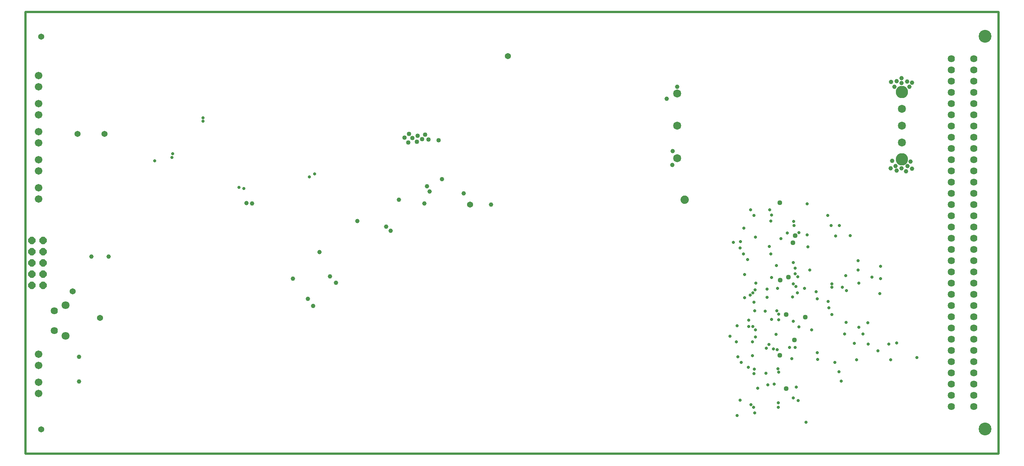
<source format=gbr>
%FSTAX23Y23*%
%MOIN*%
%SFA1B1*%

%IPPOS*%
%AMD77*
4,1,8,-0.033000,-0.013600,-0.013600,-0.033000,0.013600,-0.033000,0.033000,-0.013600,0.033000,0.013600,0.013600,0.033000,-0.013600,0.033000,-0.033000,0.013600,-0.033000,-0.013600,0.0*
%
%ADD28C,0.020000*%
%ADD44C,0.040000*%
%ADD72C,0.110300*%
%ADD73C,0.071870*%
%ADD74C,0.064000*%
%ADD75C,0.114240*%
%ADD76C,0.066990*%
G04~CAMADD=77~4~0.0~0.0~660.0~660.0~0.0~193.3~0~0.0~0.0~0.0~0.0~0~0.0~0.0~0.0~0.0~0~0.0~0.0~0.0~135.0~660.0~660.0*
%ADD77D77*%
%ADD78C,0.070930*%
%ADD79C,0.054000*%
%ADD80C,0.039430*%
%ADD81C,0.029000*%
%ADD82C,0.044000*%
%ADD83C,0.074000*%
%LNeurocard_vme_3u_(3.937_x_8.660_inches)-1*%
%LPD*%
G54D28*
X04Y06D02*
X1266D01*
X04Y09937D02*
X1266D01*
Y06D02*
Y09937D01*
X04Y06D02*
Y09937D01*
G54D44*
X07483Y08781D03*
X07531Y08804D03*
X07444Y08814D03*
X07676Y08796D03*
X07414Y08851D03*
X07555Y08845D03*
X07374Y08819D03*
X07491Y08833D03*
X07407Y08776D03*
X07585Y088D03*
G54D72*
X118Y09223D03*
Y08623D03*
G54D73*
X118Y09073D03*
Y08923D03*
Y08773D03*
X098Y08923D03*
Y0921D03*
Y08635D03*
G54D74*
X1244Y09522D03*
Y09422D03*
Y09322D03*
Y09222D03*
Y09122D03*
Y09022D03*
Y08922D03*
Y08822D03*
Y08722D03*
Y08622D03*
Y08522D03*
Y08422D03*
Y08322D03*
Y08222D03*
Y08122D03*
Y08022D03*
Y07922D03*
Y07822D03*
Y07722D03*
Y07622D03*
Y07522D03*
Y07422D03*
Y07322D03*
Y07222D03*
Y07122D03*
Y07022D03*
Y06922D03*
Y06822D03*
Y06722D03*
Y06622D03*
Y06522D03*
Y06422D03*
X1224Y09522D03*
Y09422D03*
Y09322D03*
Y09222D03*
Y09122D03*
Y09022D03*
Y08922D03*
Y08822D03*
Y08722D03*
Y08622D03*
Y08522D03*
Y08422D03*
Y08322D03*
Y08222D03*
Y08122D03*
Y08022D03*
Y07922D03*
Y07822D03*
Y07722D03*
Y07622D03*
Y07522D03*
Y07422D03*
Y07322D03*
Y07222D03*
Y07122D03*
Y07022D03*
Y06922D03*
Y06822D03*
Y06722D03*
Y06622D03*
Y06522D03*
Y06422D03*
X04257Y07099D03*
Y07276D03*
G54D75*
X1254Y09722D03*
Y06222D03*
G54D76*
X04116Y08872D03*
Y08772D03*
Y09022D03*
Y09122D03*
Y08272D03*
Y08372D03*
Y06637D03*
Y06537D03*
Y06887D03*
Y06787D03*
Y09372D03*
Y09272D03*
Y08622D03*
Y08522D03*
G54D77*
X04155Y07502D03*
X04055D03*
X04155Y07602D03*
X04055D03*
X04155Y07702D03*
X04055D03*
Y07802D03*
X04155D03*
Y07902D03*
X04055D03*
G54D78*
X04356Y07325D03*
Y0705D03*
G54D79*
X0414Y09717D03*
Y06217D03*
X07957Y08222D03*
X08294Y09545D03*
X04464Y08852D03*
X04704Y0885D03*
X04418Y07448D03*
X04664Y07211D03*
G54D80*
X07707Y08449D03*
X07901Y08321D03*
X08142Y08222D03*
X0755Y08231D03*
X11891Y08542D03*
X11699Y08546D03*
X11714Y0861D03*
X11877Y08606D03*
X11754Y08524D03*
X11835Y08519D03*
X1185Y08564D03*
X11743Y08566D03*
X11796Y08545D03*
X11891Y09307D03*
X11796Y09347D03*
X11704Y09315D03*
X11847Y09317D03*
X11752Y0932D03*
X11732Y09272D03*
X11865D03*
X11797Y09304D03*
X09757Y08576D03*
X09761Y08698D03*
X05967Y08234D03*
X06017Y08232D03*
X09705Y09164D03*
X09801Y09272D03*
X07572Y08383D03*
X07596Y08338D03*
X0474Y07759D03*
X04587D03*
X06378Y0756D03*
X06616Y07798D03*
X06952Y08073D03*
X07324Y08263D03*
X04475Y06864D03*
Y06645D03*
X06513Y07382D03*
X06558Y07318D03*
X06711Y0758D03*
X06763Y07523D03*
X07211Y08024D03*
X07248Y07989D03*
G54D81*
X10515Y06583D03*
X10332Y0634D03*
X104Y07392D03*
X10448Y07414D03*
X1069Y06929D03*
X10326Y06998D03*
X10338Y06865D03*
X10361Y06479D03*
X10487Y06754D03*
X10481Y06415D03*
X10401Y07599D03*
X10392Y08012D03*
X10388Y07782D03*
X10956Y07952D03*
X10482Y07352D03*
X10693Y07476D03*
X10825Y07399D03*
X11035Y07446D03*
X11338Y07944D03*
X11209Y0794D03*
X10599Y07393D03*
X10474Y07135D03*
X108Y06947D03*
X10496Y07042D03*
X10484Y06714D03*
X1049Y06364D03*
X10858Y06596D03*
X10874Y07579D03*
X10964Y07845D03*
X10624Y08176D03*
X10639Y08127D03*
X10632Y08074D03*
X10956Y08229D03*
X05579Y08996D03*
X05579Y08965D03*
X06572Y08496D03*
X06527Y08467D03*
X05304Y08641D03*
X0531Y08673D03*
X05148Y0861D03*
X05942Y08366D03*
X05901Y08376D03*
X10369Y06816D03*
X10435Y07192D03*
X10592Y06942D03*
X10615Y06973D03*
X10697Y06758D03*
X10703Y06727D03*
X10701Y06413D03*
Y06456D03*
X10681Y07064D03*
X10468Y06998D03*
X10469Y06873D03*
X10664Y06622D03*
X10606Y06615D03*
X10995Y07104D03*
X11203Y06813D03*
X10932Y07474D03*
X10876Y06476D03*
X10882Y07131D03*
X11047Y06901D03*
X10833Y06499D03*
X10855Y0749D03*
X1087Y07436D03*
X11453Y07068D03*
X11415Y07128D03*
X11303Y07172D03*
X11682Y06978D03*
X11499D03*
X10849Y06949D03*
X10834Y07516D03*
X11307Y07453D03*
X11533Y07575D03*
X11416Y07522D03*
X11932Y06857D03*
X11698Y06839D03*
X11752Y06987D03*
X11049Y06842D03*
X1082Y06849D03*
X11376Y06986D03*
X11238Y0673D03*
X11258Y06647D03*
X11397Y06839D03*
X11586Y06917D03*
X11138Y08123D03*
X10269Y07049D03*
X10632Y07781D03*
X10945Y0628D03*
X10433Y0677D03*
X10455Y06438D03*
X1062Y07847D03*
X10588Y06717D03*
X10301Y07886D03*
X10362Y0789D03*
X10492Y0746D03*
X10473Y07435D03*
X10722Y07917D03*
X1161Y07672D03*
X1141Y0772D03*
X10496Y07931D03*
X10778Y07968D03*
X10837Y08072D03*
X1084Y08035D03*
X1127Y07483D03*
X10686Y07275D03*
X10655Y06936D03*
X11169Y08033D03*
X11047Y0738D03*
X10704Y07244D03*
X10704Y07194D03*
X10639Y07199D03*
X106Y07469D03*
X10848Y07605D03*
X10638Y07572D03*
X10832Y07704D03*
X1115Y07301D03*
X11143Y07357D03*
X11177Y07483D03*
Y07514D03*
X1129Y07069D03*
X10489Y07274D03*
X10582Y07272D03*
X10833Y07182D03*
X11176Y07242D03*
X11609Y07561D03*
X10498Y07521D03*
X10483Y08124D03*
X10454Y08176D03*
X10427Y0773D03*
X10359Y07836D03*
X10497Y07105D03*
X10332Y0714D03*
X10435Y07133D03*
X10682Y07679D03*
X11244Y08033D03*
X10883Y0797D03*
X10851Y07654D03*
X11298Y07587D03*
X1098Y07637D03*
X11408Y07638D03*
X11604Y07428D03*
X11497Y07169D03*
G54D82*
X1077Y06581D03*
X10714Y06879D03*
X10769Y07242D03*
X10717Y07549D03*
X10842Y07016D03*
X10938Y07219D03*
X10788Y07574D03*
X1085Y07945D03*
X10831Y07881D03*
X10712Y08239D03*
G54D83*
X09866Y08265D03*
M02*
</source>
